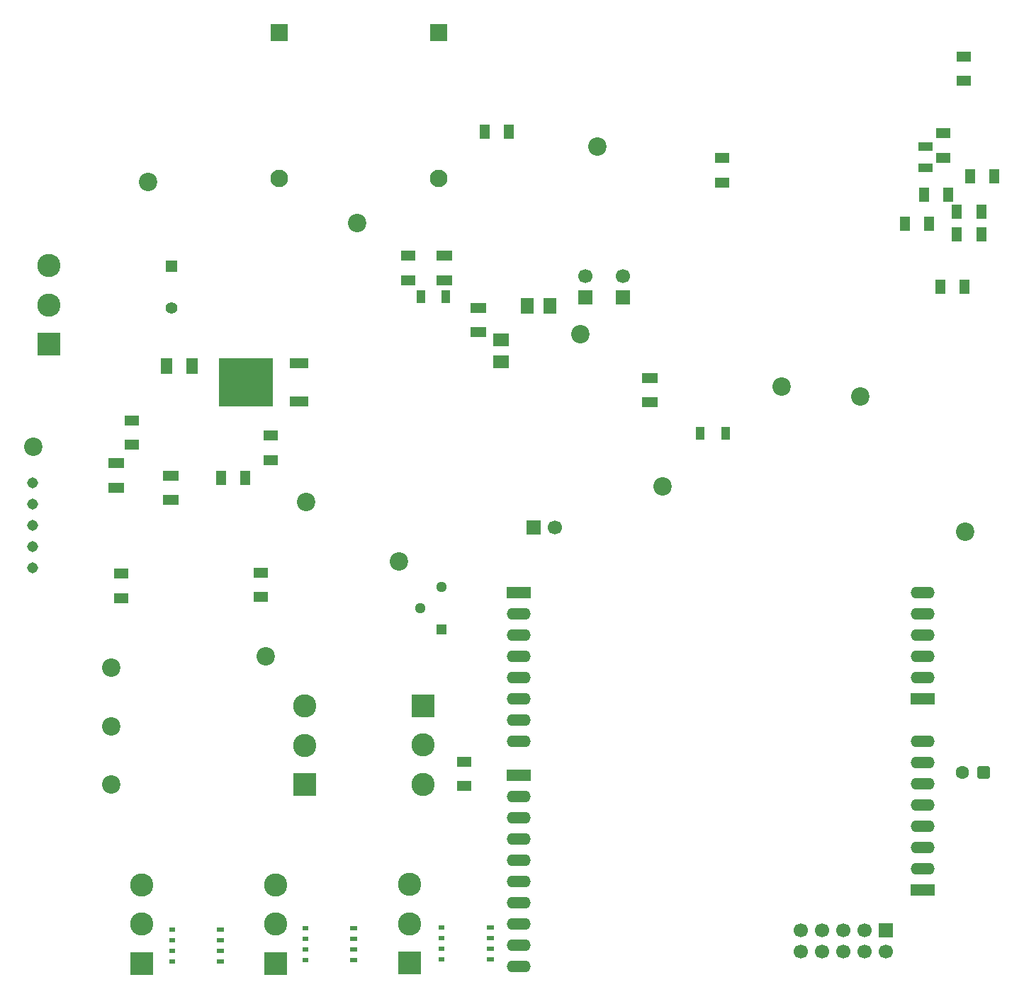
<source format=gbr>
%TF.GenerationSoftware,Altium Limited,Altium Designer,25.2.1 (25)*%
G04 Layer_Color=255*
%FSLAX45Y45*%
%MOMM*%
%TF.SameCoordinates,EF3F7739-EB0C-4DF3-8AA3-BEF7F1336093*%
%TF.FilePolarity,Positive*%
%TF.FileFunction,Pads,Bot*%
%TF.Part,Single*%
G01*
G75*
%TA.AperFunction,SMDPad,CuDef*%
%ADD27R,1.35000X1.85000*%
%ADD38R,1.80000X1.20000*%
%ADD39R,1.90000X1.30000*%
%TA.AperFunction,ComponentPad*%
%ADD66O,2.84500X1.42200*%
%ADD67R,2.84500X1.42200*%
%ADD68C,1.31000*%
%ADD69R,2.77500X2.77500*%
%ADD70C,2.77500*%
%ADD71C,2.20000*%
%ADD72C,1.29000*%
%ADD73R,1.29000X1.29000*%
%ADD74R,1.70000X1.70000*%
%ADD75C,1.70000*%
%ADD76C,2.10000*%
%ADD77R,2.10000X2.10000*%
%ADD78R,1.40000X1.40000*%
%ADD79C,1.40000*%
%ADD80C,1.60000*%
G04:AMPARAMS|DCode=81|XSize=1.6mm|YSize=1.6mm|CornerRadius=0.4mm|HoleSize=0mm|Usage=FLASHONLY|Rotation=180.000|XOffset=0mm|YOffset=0mm|HoleType=Round|Shape=RoundedRectangle|*
%AMROUNDEDRECTD81*
21,1,1.60000,0.80000,0,0,180.0*
21,1,0.80000,1.60000,0,0,180.0*
1,1,0.80000,-0.40000,0.40000*
1,1,0.80000,0.40000,0.40000*
1,1,0.80000,0.40000,-0.40000*
1,1,0.80000,-0.40000,-0.40000*
%
%ADD81ROUNDEDRECTD81*%
%ADD82R,1.70000X1.70000*%
%TA.AperFunction,SMDPad,CuDef*%
%ADD84R,2.20000X1.20000*%
%ADD85R,6.40000X5.80000*%
%ADD86R,1.20000X1.80000*%
%ADD87R,1.00000X1.60000*%
%ADD88R,1.90415X1.50328*%
%ADD89R,1.50328X1.90415*%
%ADD90R,1.65822X1.10573*%
%ADD91R,0.92500X0.50000*%
%TA.AperFunction,SMDPad,SMDef*%
%ADD92R,0.80000X0.60000*%
D27*
X1800000Y7610000D02*
D03*
X2105000D02*
D03*
D38*
X5360000Y2875000D02*
D03*
Y2585000D02*
D03*
X4690000Y8925000D02*
D03*
Y8635000D02*
D03*
X11328299Y11018848D02*
D03*
X11081200Y10389647D02*
D03*
X1390000Y6955000D02*
D03*
X2930000Y5135000D02*
D03*
X1260000Y5125000D02*
D03*
X11081200Y10099647D02*
D03*
X11328299Y11308848D02*
D03*
X1260000Y4835000D02*
D03*
X3050000Y6485000D02*
D03*
Y6775000D02*
D03*
X2930000Y4845000D02*
D03*
X1390000Y6665000D02*
D03*
X8440472Y9803757D02*
D03*
Y10093757D02*
D03*
D39*
X7580000Y7465000D02*
D03*
X5530000Y8015000D02*
D03*
X5120000Y8635000D02*
D03*
X1853539Y6003986D02*
D03*
X1200000Y6155000D02*
D03*
X7580000Y7175000D02*
D03*
X1853539Y6293986D02*
D03*
X1200000Y6445000D02*
D03*
X5120000Y8925000D02*
D03*
X5530000Y8305000D02*
D03*
D66*
X10833000Y2609201D02*
D03*
Y2863201D02*
D03*
X6007000Y1186801D02*
D03*
Y424801D02*
D03*
Y678801D02*
D03*
Y932801D02*
D03*
Y1440801D02*
D03*
Y1694801D02*
D03*
Y1948801D02*
D03*
Y2202801D02*
D03*
Y2456801D02*
D03*
Y3117201D02*
D03*
Y3371201D02*
D03*
Y3625201D02*
D03*
Y3879201D02*
D03*
Y4133201D02*
D03*
Y4387201D02*
D03*
Y4641201D02*
D03*
X10833000Y4895201D02*
D03*
Y4641201D02*
D03*
Y4387201D02*
D03*
Y4133201D02*
D03*
Y3879201D02*
D03*
Y3117201D02*
D03*
Y2355201D02*
D03*
Y2101201D02*
D03*
Y1847201D02*
D03*
Y1593201D02*
D03*
D67*
Y3625201D02*
D03*
X6007000Y2710801D02*
D03*
Y4895201D02*
D03*
X10833000Y1339201D02*
D03*
D68*
X203925Y6214128D02*
D03*
Y5960128D02*
D03*
Y5706128D02*
D03*
Y5452128D02*
D03*
Y5198128D02*
D03*
D69*
X399925Y7870127D02*
D03*
X1509553Y462178D02*
D03*
X4870000Y3547732D02*
D03*
X4705628Y468051D02*
D03*
X3105628Y462151D02*
D03*
X3450000Y2600000D02*
D03*
D70*
X399925Y8340127D02*
D03*
Y8810127D02*
D03*
X1509553Y1402178D02*
D03*
Y932178D02*
D03*
X4870000Y3077732D02*
D03*
Y2607732D02*
D03*
X4705628Y1408051D02*
D03*
Y938051D02*
D03*
X3105628Y932151D02*
D03*
Y1402151D02*
D03*
X3450000Y3540000D02*
D03*
Y3070000D02*
D03*
D71*
X1140000Y2600000D02*
D03*
Y3300000D02*
D03*
Y4000000D02*
D03*
X1579925Y9810127D02*
D03*
X9150000Y7360000D02*
D03*
X6750000Y7990000D02*
D03*
X4582746Y5272729D02*
D03*
X11340000Y5630000D02*
D03*
X4080000Y9320000D02*
D03*
X2990000Y4140000D02*
D03*
X10090000Y7240000D02*
D03*
X6946000Y10236000D02*
D03*
X3470000Y5980000D02*
D03*
X7730000Y6170000D02*
D03*
X213925Y6644127D02*
D03*
D72*
X5090000Y4970000D02*
D03*
X4836000Y4716000D02*
D03*
D73*
X5090000Y4462000D02*
D03*
D74*
X10398000Y858233D02*
D03*
X6806000Y8429000D02*
D03*
X7255999D02*
D03*
D75*
X10398000Y604233D02*
D03*
X10144000Y858233D02*
D03*
Y604233D02*
D03*
X9890000Y858233D02*
D03*
Y604233D02*
D03*
X9636000Y858233D02*
D03*
X9382000D02*
D03*
X9636000Y604233D02*
D03*
X9382000D02*
D03*
X6806000Y8683000D02*
D03*
X7255999D02*
D03*
X6445180Y5680420D02*
D03*
D76*
X3150000Y9850000D02*
D03*
X5051700D02*
D03*
D77*
X3150000Y11600000D02*
D03*
X5051700D02*
D03*
D78*
X1864000Y8804000D02*
D03*
D79*
Y8304000D02*
D03*
D80*
X11313000Y2750000D02*
D03*
D81*
X11567000D02*
D03*
D82*
X6191180Y5680420D02*
D03*
D84*
X3382000Y7182000D02*
D03*
Y7638000D02*
D03*
D85*
X2752000Y7410000D02*
D03*
D86*
X11143553Y9655400D02*
D03*
X10853553D02*
D03*
X5605000Y10410000D02*
D03*
X5895000D02*
D03*
X11693299Y9873848D02*
D03*
X11535000Y9450000D02*
D03*
Y9180000D02*
D03*
X11335701Y8557300D02*
D03*
X10623300Y9313848D02*
D03*
X2455000Y6270000D02*
D03*
X11403300Y9873848D02*
D03*
X11245000Y9180000D02*
D03*
Y9450000D02*
D03*
X10913299Y9313848D02*
D03*
X11045701Y8557300D02*
D03*
X2745000Y6270000D02*
D03*
D87*
X8180000Y6800000D02*
D03*
X8480000D02*
D03*
X5139879Y8435000D02*
D03*
X4839880D02*
D03*
D88*
X5800000Y7925044D02*
D03*
Y7654956D02*
D03*
D89*
X6114956Y8330000D02*
D03*
X6385044D02*
D03*
D90*
X10868300Y10231473D02*
D03*
Y9976224D02*
D03*
D91*
X5670000Y894000D02*
D03*
Y767000D02*
D03*
Y640000D02*
D03*
X4040000Y887000D02*
D03*
Y760000D02*
D03*
Y633000D02*
D03*
X2449375Y743500D02*
D03*
Y870500D02*
D03*
Y616500D02*
D03*
Y489500D02*
D03*
X5670000Y513000D02*
D03*
X4040000Y506000D02*
D03*
D92*
X1870625Y489500D02*
D03*
Y616500D02*
D03*
Y743500D02*
D03*
Y870500D02*
D03*
X5091250Y513000D02*
D03*
Y640000D02*
D03*
Y767000D02*
D03*
Y894000D02*
D03*
X3461250Y887000D02*
D03*
Y760000D02*
D03*
Y633000D02*
D03*
Y506000D02*
D03*
%TF.MD5,6edfb9dd0397bd28578433161d2f6c60*%
M02*

</source>
